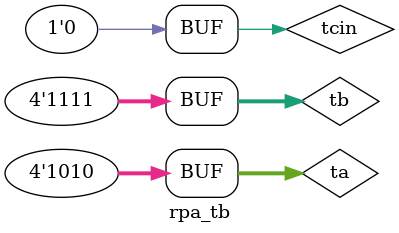
<source format=v>
module rpa_tb;

reg [3:0]ta, tb;
reg tcin;
wire [3:0]ts,tc;

rpa op1 (.a(ta), .b(tb), .cin(tcin), .s(ts), .cout(tc));

initial begin


$monitor("a= %b b= %b  ----> cout= %b  sum= %b",ta,tb, tc[3], ts);
tcin = 1'b0;
ta= 4'b1010;
tb=4'b1111;
end
endmodule

</source>
